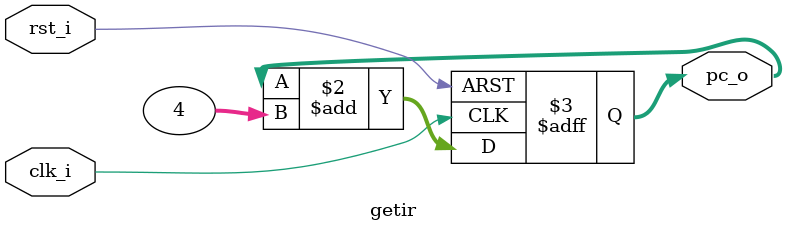
<source format=v>
module getir(input clk_i,             // Clock girdisi
             input rst_i,             // Sıfırlama sinyali girdisi
             output reg [31:0] pc_o); // Program sayacı
    
    // Clock ve Reset sinyali pozitif kenarı ile senkron
    always @(posedge clk_i, posedge rst_i) begin // Asenkron Reset sinyali daha iyi olabilir mi??
        if (rst_i) begin // Reset sinyali alındıysa
            pc_o <= 32'b0; // Program sayacını sıfırla
        end
        else begin
            pc_o <= pc_o + 4; // Reset sinyali yoksa clock sinyali ile program sayacını 4 arttır
        end
    end
    
endmodule

</source>
